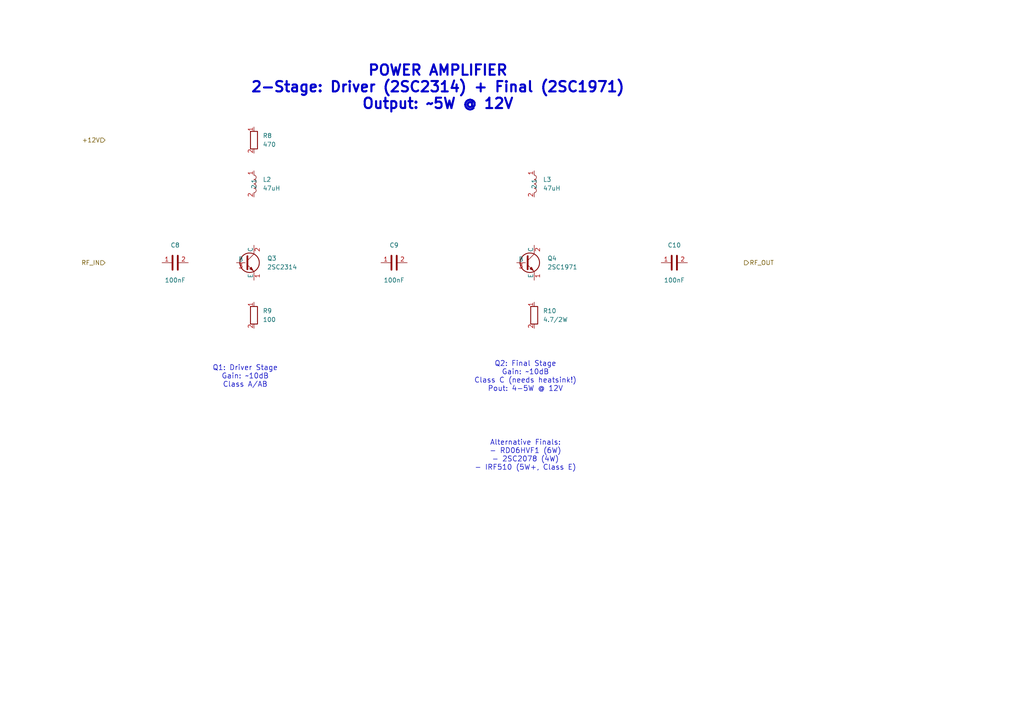
<source format=kicad_sch>
(kicad_sch (version 20250114) (generator "eeschema") (generator_version "9.0")
  (paper "A4")
  (title_block (title "Power Amplifier - 5W") (date "2024-12-24") (rev "1.0") (comment 1 "Driver: 2SC2314, Final: 2SC1971"))
  (lib_symbols
    (symbol "Device:C" (pin_names (offset 0.254))
      (property "Reference" "C" (at 0.635 2.54 0))
      (property "Value" "C" (at 0.635 -2.54 0))
      (symbol "C_0_1"
        (polyline (pts (xy -2.032 0.762) (xy 2.032 0.762)) (stroke (width 0.508)))
        (polyline (pts (xy -2.032 -0.762) (xy 2.032 -0.762)) (stroke (width 0.508)))
      )
      (symbol "C_1_1"
        (pin passive line (at 0 3.81 270) (length 2.794) (name "~") (number "1"))
        (pin passive line (at 0 -3.81 90) (length 2.794) (name "~") (number "2"))
      )
    )
    (symbol "Device:L" (pin_names (offset 1.016))
      (property "Reference" "L" (at -1.27 0 90))
      (property "Value" "L" (at 1.905 0 90))
      (symbol "L_0_1"
        (arc (start 0 2.54) (mid 0.6323 1.905) (end 0 1.27))
        (arc (start 0 1.27) (mid 0.6323 0.635) (end 0 0))
        (arc (start 0 0) (mid 0.6323 -0.635) (end 0 -1.27))
        (arc (start 0 -1.27) (mid 0.6323 -1.905) (end 0 -2.54))
      )
      (symbol "L_1_1"
        (pin passive line (at 0 3.81 270) (length 1.27) (name "1") (number "1"))
        (pin passive line (at 0 -3.81 90) (length 1.27) (name "2") (number "2"))
      )
    )
    (symbol "Device:R" (pin_names (offset 0))
      (property "Reference" "R" (at 2.032 0 90))
      (property "Value" "R" (at 0 0 90))
      (symbol "R_0_1"
        (rectangle (start -1.016 -2.54) (end 1.016 2.54) (stroke (width 0.254)))
      )
      (symbol "R_1_1"
        (pin passive line (at 0 3.81 270) (length 1.27) (name "~") (number "1"))
        (pin passive line (at 0 -3.81 90) (length 1.27) (name "~") (number "2"))
      )
    )
    (symbol "Transistor:2SC1815" (pin_names (offset 0))
      (property "Reference" "Q" (at 5.08 1.905 0))
      (property "Value" "2SC1815" (at 5.08 0 0))
      (symbol "2SC1815_0_1"
        (polyline (pts (xy 0.635 1.905) (xy 0.635 -1.905)) (stroke (width 0.508)))
        (polyline (pts (xy 0.635 0.635) (xy 2.54 2.54)))
        (polyline (pts (xy 0.635 -0.635) (xy 2.54 -2.54)))
        (circle (center 1.27 0) (radius 2.8194) (stroke (width 0.254)))
        (polyline (pts (xy 1.27 -1.778) (xy 1.778 -1.27) (xy 2.286 -2.286) (xy 1.27 -1.778)) (fill (type outline)))
      )
      (symbol "2SC1815_1_1"
        (pin input line (at -2.54 0 0) (length 2.54) (name "B") (number "3"))
        (pin passive line (at 2.54 5.08 270) (length 2.54) (name "C") (number "2"))
        (pin passive line (at 2.54 -5.08 90) (length 2.54) (name "E") (number "1"))
      )
    )
    (symbol "Transistor:2SC1971" (pin_names (offset 0))
      (property "Reference" "Q" (at 5.08 1.905 0))
      (property "Value" "2SC1971" (at 5.08 0 0))
      (symbol "2SC1971_0_1"
        (polyline (pts (xy 0.635 1.905) (xy 0.635 -1.905)) (stroke (width 0.508)))
        (polyline (pts (xy 0.635 0.635) (xy 2.54 2.54)))
        (polyline (pts (xy 0.635 -0.635) (xy 2.54 -2.54)))
        (circle (center 1.27 0) (radius 2.8194) (stroke (width 0.254)))
        (polyline (pts (xy 1.27 -1.778) (xy 1.778 -1.27) (xy 2.286 -2.286) (xy 1.27 -1.778)) (fill (type outline)))
      )
      (symbol "2SC1971_1_1"
        (pin input line (at -2.54 0 0) (length 2.54) (name "B") (number "3"))
        (pin passive line (at 2.54 5.08 270) (length 2.54) (name "C") (number "2"))
        (pin passive line (at 2.54 -5.08 90) (length 2.54) (name "E") (number "1"))
      )
    )
  )
  (text "POWER AMPLIFIER\n2-Stage: Driver (2SC2314) + Final (2SC1971)\nOutput: ~5W @ 12V" (at 127 25.4 0) (effects (font (size 3 3) (bold yes))))
  (text "Alternative Finals:\n- RD06HVF1 (6W)\n- 2SC2078 (4W)\n- IRF510 (5W+, Class E)" (at 152.4 132.08 0) (effects (font (size 1.5 1.5))))
  (text "Q1: Driver Stage\nGain: ~10dB\nClass A/AB" (at 71.12 109.22 0) (effects (font (size 1.5 1.5))))
  (text "Q2: Final Stage\nGain: ~10dB\nClass C (needs heatsink!)\nPout: 4-5W @ 12V" (at 152.4 109.22 0) (effects (font (size 1.5 1.5))))
  (hierarchical_label "RF_IN" (shape input) (at 30.48 76.2 180))
  (hierarchical_label "+12V" (shape input) (at 30.48 40.64 180))
  (hierarchical_label "RF_OUT" (shape output) (at 215.9 76.2 0))
  (symbol (lib_id "Device:C") (at 50.8 76.2 90) (unit 1)
    (property "Reference" "C8" (at 50.8 71.12 90))
    (property "Value" "100nF" (at 50.8 81.28 90))
    (property "Footprint" "Capacitor_THT:C_Disc_D5.0mm_W2.5mm_P5.00mm" (effects (hide yes)))
  )
  (symbol (lib_id "Device:L") (at 73.66 53.34 0) (unit 1)
    (property "Reference" "L2" (at 76.2 52.07 0) (effects (justify left)))
    (property "Value" "47uH" (at 76.2 54.61 0) (effects (justify left)))
    (property "Footprint" "Inductor_THT:L_Radial_D8.7mm_P5.00mm_Fastron_07HCP" (effects (hide yes)))
  )
  (symbol (lib_id "Transistor:2SC1971") (at 152.4 76.2 0) (unit 1)
    (property "Reference" "Q4" (at 158.75 74.93 0) (effects (justify left)))
    (property "Value" "2SC1971" (at 158.75 77.47 0) (effects (justify left)))
    (property "Footprint" "Package_TO_SOT_THT:TO-220-3_Vertical" (effects (hide yes)))
  )
  (symbol (lib_id "Device:R") (at 154.94 91.44 0) (unit 1)
    (property "Reference" "R10" (at 157.48 90.17 0) (effects (justify left)))
    (property "Value" "4.7/2W" (at 157.48 92.71 0) (effects (justify left)))
    (property "Footprint" "Resistor_THT:R_Axial_DIN0207_L6.3mm_D2.5mm_P10.16mm_Horizontal" (effects (hide yes)))
  )
  (symbol (lib_id "Device:C") (at 195.58 76.2 90) (unit 1)
    (property "Reference" "C10" (at 195.58 71.12 90))
    (property "Value" "100nF" (at 195.58 81.28 90))
    (property "Footprint" "Capacitor_THT:C_Disc_D5.0mm_W2.5mm_P5.00mm" (effects (hide yes)))
  )
  (symbol (lib_id "Device:R") (at 73.66 40.64 0) (unit 1)
    (property "Reference" "R8" (at 76.2 39.37 0) (effects (justify left)))
    (property "Value" "470" (at 76.2 41.91 0) (effects (justify left)))
    (property "Footprint" "Resistor_THT:R_Axial_DIN0207_L6.3mm_D2.5mm_P10.16mm_Horizontal" (effects (hide yes)))
  )
  (symbol (lib_id "Transistor:2SC1815") (at 71.12 76.2 0) (unit 1)
    (property "Reference" "Q3" (at 77.47 74.93 0) (effects (justify left)))
    (property "Value" "2SC2314" (at 77.47 77.47 0) (effects (justify left)))
    (property "Footprint" "Package_TO_SOT_THT:TO-220-3_Vertical" (effects (hide yes)))
  )
  (symbol (lib_id "Device:R") (at 73.66 91.44 0) (unit 1)
    (property "Reference" "R9" (at 76.2 90.17 0) (effects (justify left)))
    (property "Value" "100" (at 76.2 92.71 0) (effects (justify left)))
    (property "Footprint" "Resistor_THT:R_Axial_DIN0207_L6.3mm_D2.5mm_P10.16mm_Horizontal" (effects (hide yes)))
  )
  (symbol (lib_id "Device:C") (at 114.3 76.2 90) (unit 1)
    (property "Reference" "C9" (at 114.3 71.12 90))
    (property "Value" "100nF" (at 114.3 81.28 90))
    (property "Footprint" "Capacitor_THT:C_Disc_D5.0mm_W2.5mm_P5.00mm" (effects (hide yes)))
  )
  (symbol (lib_id "Device:L") (at 154.94 53.34 0) (unit 1)
    (property "Reference" "L3" (at 157.48 52.07 0) (effects (justify left)))
    (property "Value" "47uH" (at 157.48 54.61 0) (effects (justify left)))
    (property "Footprint" "Inductor_THT:L_Radial_D8.7mm_P5.00mm_Fastron_07HCP" (effects (hide yes)))
  )
)
</source>
